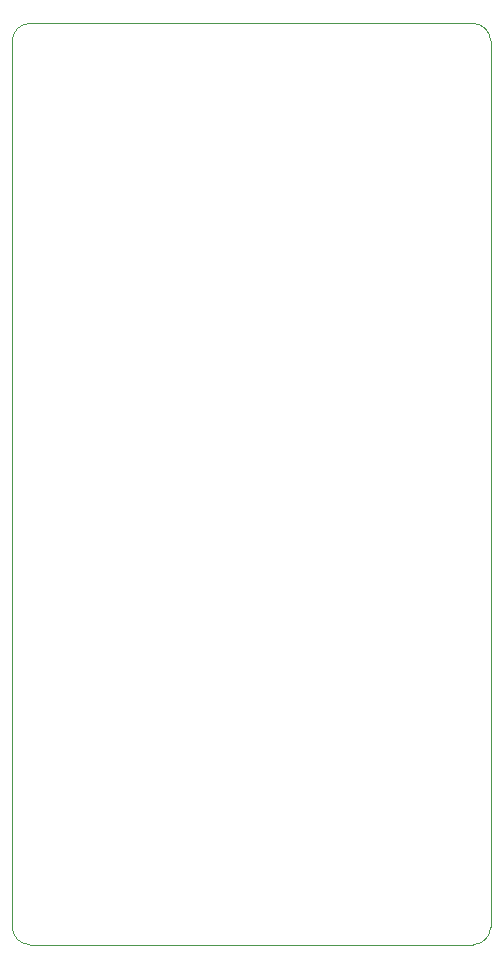
<source format=gm1>
G04 #@! TF.GenerationSoftware,KiCad,Pcbnew,8.0.5*
G04 #@! TF.CreationDate,2024-09-22T17:44:19+03:00*
G04 #@! TF.ProjectId,lichuan-lc10,6c696368-7561-46e2-9d6c-6331302e6b69,rev?*
G04 #@! TF.SameCoordinates,Original*
G04 #@! TF.FileFunction,Profile,NP*
%FSLAX46Y46*%
G04 Gerber Fmt 4.6, Leading zero omitted, Abs format (unit mm)*
G04 Created by KiCad (PCBNEW 8.0.5) date 2024-09-22 17:44:19*
%MOMM*%
%LPD*%
G01*
G04 APERTURE LIST*
G04 #@! TA.AperFunction,Profile*
%ADD10C,0.050000*%
G04 #@! TD*
G04 APERTURE END LIST*
D10*
X99500000Y-70000000D02*
G75*
G02*
X98000000Y-68500000I0J1500000D01*
G01*
X99500000Y8000000D02*
X137000000Y8000000D01*
X138500000Y-68500000D02*
G75*
G02*
X137000000Y-70000000I-1500000J0D01*
G01*
X98000000Y6500000D02*
G75*
G02*
X99500000Y8000000I1500000J0D01*
G01*
X138500000Y6500000D02*
X138500000Y-68500000D01*
X137000000Y8000000D02*
G75*
G02*
X138500000Y6500000I0J-1500000D01*
G01*
X98000000Y-68500000D02*
X98000000Y6500000D01*
X137000000Y-70000000D02*
X99500000Y-70000000D01*
M02*

</source>
